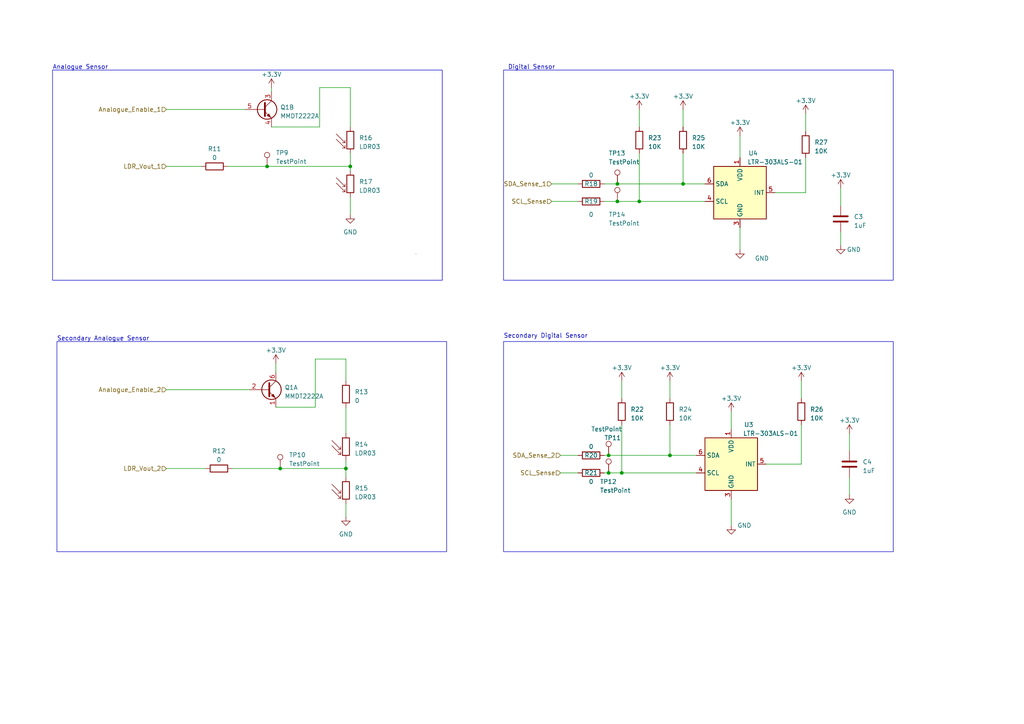
<source format=kicad_sch>
(kicad_sch (version 20230121) (generator eeschema)
  (paper "A4")
  (title_block (title "LSU HAT") (date "2023-03-11") (rev "Rev 1") (company "UCT") (comment 1 "Author: Charles Portman") (comment 2 "EEE3088F Design Project"))
  (lib_symbols
    (symbol "Connector:TestPoint" (pin_numbers hide) (pin_names (offset 0.762) hide)
      (property "Reference" "TP" (at 0 6.858 0))
      (property "Value" "TestPoint" (at 0 5.08 0))
      (symbol "TestPoint_0_1"
        (circle (center 0 3.302) (radius 0.762))
      )
      (symbol "TestPoint_1_1"
        (pin passive line (at 0 0 90) (length 2.54) (name "1") (number "1"))
      )
    )
    (symbol "Device:C" (pin_numbers hide) (pin_names (offset 0.254))
      (property "Reference" "C" (at 0.635 2.54 0))
      (property "Value" "C" (at 0.635 -2.54 0))
      (symbol "C_0_1"
        (polyline (pts (xy -2.032 -0.762) (xy 2.032 -0.762)) (stroke (width 0.508)))
        (polyline (pts (xy -2.032 0.762) (xy 2.032 0.762)) (stroke (width 0.508)))
      )
      (symbol "C_1_1"
        (pin passive line (at 0 3.81 270) (length 2.794) (name "~") (number "1"))
        (pin passive line (at 0 -3.81 90) (length 2.794) (name "~") (number "2"))
      )
    )
    (symbol "Device:R" (pin_numbers hide) (pin_names (offset 0))
      (property "Reference" "R" (at 2.032 0 90))
      (property "Value" "R" (at 0 0 90))
      (symbol "R_0_1"
        (rectangle (start -1.016 -2.54) (end 1.016 2.54) (stroke (width 0.254)))
      )
      (symbol "R_1_1"
        (pin passive line (at 0 3.81 270) (length 1.27) (name "~") (number "1"))
        (pin passive line (at 0 -3.81 90) (length 1.27) (name "~") (number "2"))
      )
    )
    (symbol "Sensor_Optical:LDR03" (pin_numbers hide) (pin_names (offset 0))
      (property "Reference" "R" (at -5.08 0 90))
      (property "Value" "LDR03" (at 1.905 0 90))
      (symbol "LDR03_0_1"
        (rectangle (start -1.016 2.54) (end 1.016 -2.54) (stroke (width 0.254)))
        (polyline (pts (xy -1.524 -2.286) (xy -4.064 0.254)))
        (polyline (pts (xy -1.524 -2.286) (xy -2.286 -2.286)))
        (polyline (pts (xy -1.524 -2.286) (xy -1.524 -1.524)))
        (polyline (pts (xy -1.524 -0.762) (xy -4.064 1.778)))
        (polyline (pts (xy -1.524 -0.762) (xy -2.286 -0.762)))
        (polyline (pts (xy -1.524 -0.762) (xy -1.524 0)))
      )
      (symbol "LDR03_1_1"
        (pin passive line (at 0 3.81 270) (length 1.27) (name "~") (number "1"))
        (pin passive line (at 0 -3.81 90) (length 1.27) (name "~") (number "2"))
      )
    )
    (symbol "Sensor_Optical:LTR-303ALS-01"
      (property "Reference" "U" (at -7.62 8.89 0))
      (property "Value" "LTR-303ALS-01" (at 1.27 8.89 0))
      (symbol "LTR-303ALS-01_0_1"
        (rectangle (start -7.62 7.62) (end 7.62 -7.62) (stroke (width 0.254)) (fill (type background)))
      )
      (symbol "LTR-303ALS-01_1_1"
        (pin power_in line (at 0 10.16 270) (length 2.54) (name "VDD") (number "1"))
        (pin no_connect line (at 2.54 0 180) (length 2.54) hide (name "NC") (number "2"))
        (pin power_in line (at 0 -10.16 90) (length 2.54) (name "GND") (number "3"))
        (pin input line (at -10.16 -2.54 0) (length 2.54) (name "SCL") (number "4"))
        (pin open_collector line (at 10.16 0 180) (length 2.54) (name "INT") (number "5"))
        (pin bidirectional line (at -10.16 2.54 0) (length 2.54) (name "SDA") (number "6"))
      )
    )
    (symbol "Transistor_BJT:MMDT2222A" (pin_names (offset 0) hide)
      (property "Reference" "Q" (at 5.08 1.27 0))
      (property "Value" "MMDT2222A" (at 5.08 -1.27 0))
      (symbol "MMDT2222A_0_1"
        (polyline (pts (xy 0.635 0) (xy -2.54 0)))
        (polyline (pts (xy 0.635 0.635) (xy 2.54 2.54)))
        (polyline (pts (xy 0.635 -0.635) (xy 2.54 -2.54) (xy 2.54 -2.54)))
        (polyline (pts (xy 0.635 1.905) (xy 0.635 -1.905) (xy 0.635 -1.905)) (stroke (width 0.508)))
        (polyline (pts (xy 1.27 -1.778) (xy 1.778 -1.27) (xy 2.286 -2.286) (xy 1.27 -1.778) (xy 1.27 -1.778)) (fill (type outline)))
        (circle (center 1.27 0) (radius 2.8194) (stroke (width 0.254)))
      )
      (symbol "MMDT2222A_1_1"
        (pin passive line (at 2.54 -5.08 90) (length 2.54) (name "E1") (number "1"))
        (pin input line (at -5.08 0 0) (length 2.54) (name "B1") (number "2"))
        (pin passive line (at 2.54 5.08 270) (length 2.54) (name "C1") (number "6"))
      )
      (symbol "MMDT2222A_2_1"
        (pin passive line (at 2.54 5.08 270) (length 2.54) (name "C2") (number "3"))
        (pin passive line (at 2.54 -5.08 90) (length 2.54) (name "E2") (number "4"))
        (pin input line (at -5.08 0 0) (length 2.54) (name "B2") (number "5"))
      )
    )
    (symbol "power:+3.3V" (power) (pin_names (offset 0))
      (property "Value" "+3.3V" (at 0 3.556 0))
      (symbol "+3.3V_0_1"
        (polyline (pts (xy -0.762 1.27) (xy 0 2.54)))
        (polyline (pts (xy 0 0) (xy 0 2.54)))
        (polyline (pts (xy 0 2.54) (xy 0.762 1.27)))
      )
      (symbol "+3.3V_1_1"
        (pin power_in line (at 0 0 90) (length 0) hide (name "+3.3V") (number "1"))
      )
    )
    (symbol "power:GND" (power) (pin_names (offset 0))
      (property "Value" "GND" (at 0 -3.81 0))
      (symbol "GND_0_1"
        (polyline (pts (xy 0 0) (xy 0 -1.27) (xy 1.27 -1.27) (xy 0 -2.54) (xy -1.27 -1.27) (xy 0 -1.27)))
      )
      (symbol "GND_1_1"
        (pin power_in line (at 0 0 270) (length 0) hide (name "GND") (number "1"))
      )
    )
  )
  (junction (at 198.12 53.34))
  (junction (at 179.07 53.34))
  (junction (at 179.07 58.42))
  (junction (at 185.42 58.42))
  (junction (at 180.34 137.16))
  (junction (at 176.53 132.08))
  (junction (at 81.28 135.89))
  (junction (at 101.6 48.26))
  (junction (at 176.53 137.16))
  (junction (at 100.33 135.89))
  (junction (at 194.31 132.08))
  (junction (at 77.47 48.26))
  (wire (pts (xy 214.63 66.04) (xy 214.63 72.39)))
  (wire (pts (xy 232.41 123.19) (xy 232.41 134.62)))
  (wire (pts (xy 78.74 36.83) (xy 92.71 36.83)))
  (wire (pts (xy 212.09 144.78) (xy 212.09 152.4)))
  (wire (pts (xy 100.33 135.89) (xy 100.33 138.43)))
  (wire (pts (xy 201.93 137.16) (xy 180.34 137.16)))
  (wire (pts (xy 194.31 132.08) (xy 194.31 123.19)))
  (wire (pts (xy 232.41 134.62) (xy 222.25 134.62)))
  (wire (pts (xy 162.56 137.16) (xy 167.64 137.16)))
  (wire (pts (xy 77.47 48.26) (xy 101.6 48.26)))
  (wire (pts (xy 185.42 44.45) (xy 185.42 58.42)))
  (wire (pts (xy 194.31 110.49) (xy 194.31 115.57)))
  (wire (pts (xy 233.68 33.02) (xy 233.68 38.1)))
  (wire (pts (xy 243.84 67.31) (xy 243.84 71.12)))
  (wire (pts (xy 185.42 31.75) (xy 185.42 36.83)))
  (wire (pts (xy 101.6 57.15) (xy 101.6 62.23)))
  (wire (pts (xy 48.26 135.89) (xy 59.69 135.89)))
  (wire (pts (xy 48.26 113.03) (xy 72.39 113.03)))
  (wire (pts (xy 48.26 48.26) (xy 58.42 48.26)))
  (wire (pts (xy 101.6 25.4) (xy 101.6 36.83)))
  (wire (pts (xy 176.53 137.16) (xy 180.34 137.16)))
  (wire (pts (xy 100.33 104.14) (xy 100.33 110.49)))
  (wire (pts (xy 91.44 118.11) (xy 91.44 104.14)))
  (wire (pts (xy 233.68 55.88) (xy 224.79 55.88)))
  (wire (pts (xy 246.38 138.43) (xy 246.38 143.51)))
  (wire (pts (xy 160.02 58.42) (xy 167.64 58.42)))
  (wire (pts (xy 100.33 118.11) (xy 100.33 125.73)))
  (wire (pts (xy 175.26 58.42) (xy 179.07 58.42)))
  (wire (pts (xy 66.04 48.26) (xy 77.47 48.26)))
  (wire (pts (xy 232.41 110.49) (xy 232.41 115.57)))
  (wire (pts (xy 92.71 25.4) (xy 101.6 25.4)))
  (wire (pts (xy 78.74 25.4) (xy 78.74 26.67)))
  (wire (pts (xy 100.33 146.05) (xy 100.33 149.86)))
  (wire (pts (xy 162.56 132.08) (xy 167.64 132.08)))
  (wire (pts (xy 92.71 36.83) (xy 92.71 25.4)))
  (wire (pts (xy 201.93 132.08) (xy 194.31 132.08)))
  (wire (pts (xy 243.84 54.61) (xy 243.84 59.69)))
  (wire (pts (xy 179.07 53.34) (xy 198.12 53.34)))
  (wire (pts (xy 160.02 53.34) (xy 167.64 53.34)))
  (wire (pts (xy 214.63 39.37) (xy 214.63 45.72)))
  (wire (pts (xy 180.34 137.16) (xy 180.34 123.19)))
  (wire (pts (xy 179.07 58.42) (xy 185.42 58.42)))
  (wire (pts (xy 80.01 105.41) (xy 80.01 107.95)))
  (wire (pts (xy 185.42 58.42) (xy 204.47 58.42)))
  (wire (pts (xy 67.31 135.89) (xy 81.28 135.89)))
  (wire (pts (xy 246.38 125.73) (xy 246.38 130.81)))
  (wire (pts (xy 80.01 118.11) (xy 91.44 118.11)))
  (wire (pts (xy 233.68 45.72) (xy 233.68 55.88)))
  (wire (pts (xy 48.26 31.75) (xy 71.12 31.75)))
  (wire (pts (xy 91.44 104.14) (xy 100.33 104.14)))
  (wire (pts (xy 175.26 132.08) (xy 176.53 132.08)))
  (wire (pts (xy 81.28 135.89) (xy 100.33 135.89)))
  (wire (pts (xy 175.26 53.34) (xy 179.07 53.34)))
  (wire (pts (xy 180.34 110.49) (xy 180.34 115.57)))
  (wire (pts (xy 101.6 44.45) (xy 101.6 48.26)))
  (wire (pts (xy 175.26 137.16) (xy 176.53 137.16)))
  (wire (pts (xy 198.12 53.34) (xy 204.47 53.34)))
  (wire (pts (xy 212.09 119.38) (xy 212.09 124.46)))
  (wire (pts (xy 198.12 44.45) (xy 198.12 53.34)))
  (wire (pts (xy 101.6 48.26) (xy 101.6 49.53)))
  (wire (pts (xy 176.53 132.08) (xy 194.31 132.08)))
  (wire (pts (xy 198.12 31.75) (xy 198.12 36.83)))
  (wire (pts (xy 100.33 135.89) (xy 100.33 133.35)))
  (rectangle (start 16.51 99.06) (end 129.54 160.02))
  (rectangle (start 146.05 99.06) (end 259.08 160.02))
  (rectangle (start 15.24 20.32) (end 128.27 81.28))
  (rectangle (start 120.65 73.66) (end 120.65 73.66))
  (rectangle (start 146.05 20.32) (end 259.08 81.28))
  (text "Digital Sensor" (at 147.32 20.32 0) (effects (font (size 1.27 1.27)) (justify left bottom)))
  (text "Analogue Sensor" (at 15.24 20.32 0) (effects (font (size 1.27 1.27)) (justify left bottom)))
  (text "Secondary Digital Sensor\n\n" (at 146.05 100.33 0) (effects (font (size 1.27 1.27)) (justify left bottom)))
  (text "Secondary Analogue Sensor\n" (at 16.51 99.06 0) (effects (font (size 1.27 1.27)) (justify left bottom)))
  (hierarchical_label "SDA_Sense_2" (shape input) (at 162.56 132.08 180))
  (hierarchical_label "LDR_Vout_2" (shape input) (at 48.26 135.89 180))
  (hierarchical_label "SCL_Sense" (shape input) (at 162.56 137.16 180))
  (hierarchical_label "SDA_Sense_1" (shape input) (at 160.02 53.34 180))
  (hierarchical_label "LDR_Vout_1" (shape input) (at 48.26 48.26 180))
  (hierarchical_label "Analogue_Enable_2" (shape input) (at 48.26 113.03 180))
  (hierarchical_label "Analogue_Enable_1" (shape input) (at 48.26 31.75 180))
  (hierarchical_label "SCL_Sense" (shape input) (at 160.02 58.42 180))
  (symbol (lib_id "Sensor_Optical:LDR03") (at 100.33 142.24 0) (unit 1)
    (property "Reference" "R15" (at 102.87 141.605 0) (effects (justify left)))
    (property "Value" "LDR03" (at 102.87 144.145 0) (effects (justify left)))
    (property "Footprint" "OptoDevice:R_LDR_10x8.5mm_P7.6mm_Vertical" (effects hide))
    (property "Datasheet" "http://www.elektronica-https://datasheet.lcsc.com/lcsc/1810170710_JCHL-Shenzhen-Jing-Chuang-He-Li-Tech-GL3516-5-10K-_C11287.pdf" (effects hide))
    (property "Price" "0.1298" (effects hide))
    (property "Extended" "1" (effects hide))
    (property "Description" "LDR" (effects hide))
    (property "Manufacturer_Part_Number" "GL3516" (effects hide))
    (property "JLC Part Number" "C11287" (effects hide))
  )
  (symbol (lib_id "power:+3.3V") (at 232.41 110.49 0) (unit 1)
    (property "Reference" "#PWR027" (effects hide))
    (property "Value" "+3.3V" (at 232.41 106.68 0))
  )
  (symbol (lib_id "Sensor_Optical:LDR03") (at 101.6 53.34 0) (unit 1)
    (property "Reference" "R17" (at 104.14 52.705 0) (effects (justify left)))
    (property "Value" "LDR03" (at 104.14 55.245 0) (effects (justify left)))
    (property "Footprint" "OptoDevice:R_LDR_10x8.5mm_P7.6mm_Vertical" (effects hide))
    (property "Datasheet" "http://www.elektronica-https://datasheet.lcsc.com/lcsc/1810170710_JCHL-Shenzhen-Jing-Chuang-He-Li-Tech-GL3516-5-10K-_C11287.pdf" (effects hide))
    (property "Price" "0.1298" (effects hide))
    (property "Extended" "1" (effects hide))
    (property "Description" "LDR" (effects hide))
    (property "Manufacturer_Part_Number" "GL3516" (effects hide))
    (property "JLC Part Number" "C11287" (effects hide))
  )
  (symbol (lib_id "power:+3.3V") (at 198.12 31.75 0) (unit 1)
    (property "Reference" "#PWR022" (effects hide))
    (property "Value" "+3.3V" (at 198.12 27.94 0))
  )
  (symbol (lib_id "power:+3.3V") (at 214.63 39.37 0) (unit 1)
    (property "Reference" "#PWR025" (effects hide))
    (property "Value" "+3.3V" (at 214.63 35.56 0))
  )
  (symbol (lib_id "Device:R") (at 100.33 114.3 180) (unit 1)
    (property "Reference" "R13" (at 102.87 113.665 0) (effects (justify right)))
    (property "Value" "0" (at 102.87 116.205 0) (effects (justify right)))
    (property "Footprint" "Resistor_SMD:R_0805_2012Metric" (effects hide))
    (property "Datasheet" "https://datasheet.lcsc.com/lcsc/2206010216_UNI-ROYAL-Uniroyal-Elec-0402WGF0000TCE_C17168.pdf" (effects hide))
    (property "Price" "0.0022" (effects hide))
    (property "Extended" "0" (effects hide))
    (property "Description" "0 Resistor 0805" (effects hide))
    (property "Manufacturer_Part_Number" "0805W8F0000T5E" (effects hide))
    (property "JLC Part Number" "C17477" (effects hide))
    (property "Manufacturer_Name" "ROYALOHM" (effects hide))
  )
  (symbol (lib_id "Device:R") (at 171.45 132.08 270) (unit 1)
    (property "Reference" "R20" (at 171.45 132.08 90))
    (property "Value" "0" (at 171.45 129.54 90))
    (property "Footprint" "Resistor_SMD:R_0805_2012Metric" (effects hide))
    (property "Datasheet" "https://datasheet.lcsc.com/lcsc/2206010216_UNI-ROYAL-Uniroyal-Elec-0402WGF0000TCE_C17168.pdf" (effects hide))
    (property "Price" "0.0022" (effects hide))
    (property "Extended" "0" (effects hide))
    (property "Description" "0 Resistor 0805" (effects hide))
    (property "Manufacturer_Part_Number" "0805W8F0000T5E" (effects hide))
    (property "JLC Part Number" "C17477" (effects hide))
    (property "Manufacturer_Name" "ROYALOHM" (effects hide))
  )
  (symbol (lib_id "power:GND") (at 100.33 149.86 0) (unit 1)
    (property "Reference" "#PWR017" (effects hide))
    (property "Value" "GND" (at 100.33 154.94 0))
  )
  (symbol (lib_id "Device:R") (at 171.45 137.16 90) (unit 1)
    (property "Reference" "R21" (at 171.45 137.16 90))
    (property "Value" "0" (at 171.45 139.7 90))
    (property "Footprint" "Resistor_SMD:R_0805_2012Metric" (effects hide))
    (property "Datasheet" "https://datasheet.lcsc.com/lcsc/2206010216_UNI-ROYAL-Uniroyal-Elec-0402WGF0000TCE_C17168.pdf" (effects hide))
    (property "Price" "0.0022" (effects hide))
    (property "Extended" "0" (effects hide))
    (property "Description" "0 Resistor 0805" (effects hide))
    (property "Manufacturer_Part_Number" "0805W8F0000T5E" (effects hide))
    (property "JLC Part Number" "C17477" (effects hide))
    (property "Manufacturer_Name" "ROYALOHM" (effects hide))
  )
  (symbol (lib_id "power:GND") (at 101.6 62.23 0) (unit 1)
    (property "Reference" "#PWR018" (effects hide))
    (property "Value" "GND" (at 101.6 67.31 0))
  )
  (symbol (lib_id "Sensor_Optical:LDR03") (at 100.33 129.54 0) (unit 1)
    (property "Reference" "R14" (at 102.87 128.905 0) (effects (justify left)))
    (property "Value" "LDR03" (at 102.87 131.445 0) (effects (justify left)))
    (property "Footprint" "OptoDevice:R_LDR_10x8.5mm_P7.6mm_Vertical" (effects hide))
    (property "Datasheet" "http://www.elektronica-https://datasheet.lcsc.com/lcsc/1810170710_JCHL-Shenzhen-Jing-Chuang-He-Li-Tech-GL3516-5-10K-_C11287.pdf" (effects hide))
    (property "Price" "0.1298" (effects hide))
    (property "Extended" "1" (effects hide))
    (property "Description" "LDR" (effects hide))
    (property "Manufacturer_Part_Number" "GL3516" (effects hide))
    (property "JLC Part Number" "C11287" (effects hide))
  )
  (symbol (lib_id "Connector:TestPoint") (at 179.07 53.34 0) (unit 1)
    (property "Reference" "TP13" (at 176.53 44.45 0) (effects (justify left)))
    (property "Value" "TestPoint" (at 176.53 46.99 0) (effects (justify left)))
    (property "Footprint" "TestPoint:TestPoint_Pad_2.0x2.0mm" (effects hide))
    (property "Price" "0" (effects hide))
    (property "Extended" "0" (effects hide))
    (property "Manufacturer_Part_Number" "DNP" (effects hide))
    (property "Description" "Test Point" (effects hide))
    (property "JLC Part Number" "DNP" (effects hide))
  )
  (symbol (lib_id "Device:R") (at 185.42 40.64 0) (unit 1)
    (property "Reference" "R23" (at 187.96 40.005 0) (effects (justify left)))
    (property "Value" "10K" (at 187.96 42.545 0) (effects (justify left)))
    (property "Footprint" "Resistor_SMD:R_0805_2012Metric" (effects hide))
    (property "Datasheet" "https://datasheet.lcsc.com/lcsc/2206010216_UNI-ROYAL-Uniroyal-Elec-0805W8F1002T5E_C17414.pdf" (effects hide))
    (property "Price" "0.001" (effects hide))
    (property "Extended" "0" (effects hide))
    (property "Description" "10K Resistor 0805" (effects hide))
    (property "Manufacturer_Part_Number" "0805W8F1002T5E" (effects hide))
    (property "JLC Part Number" "C17414" (effects hide))
  )
  (symbol (lib_id "power:GND") (at 246.38 143.51 0) (unit 1)
    (property "Reference" "#PWR032" (effects hide))
    (property "Value" "GND" (at 246.38 148.59 0))
  )
  (symbol (lib_id "Device:R") (at 194.31 119.38 0) (unit 1)
    (property "Reference" "R24" (at 196.85 118.745 0) (effects (justify left)))
    (property "Value" "10K" (at 196.85 121.285 0) (effects (justify left)))
    (property "Footprint" "Resistor_SMD:R_0805_2012Metric" (effects hide))
    (property "Datasheet" "https://datasheet.lcsc.com/lcsc/2206010216_UNI-ROYAL-Uniroyal-Elec-0805W8F1002T5E_C17414.pdf" (effects hide))
    (property "Price" "0.001" (effects hide))
    (property "Extended" "0" (effects hide))
    (property "Description" "10K Resistor 0805" (effects hide))
    (property "Manufacturer_Part_Number" "0805W8F1002T5E" (effects hide))
    (property "JLC Part Number" "C17414" (effects hide))
  )
  (symbol (lib_id "power:GND") (at 214.63 72.39 0) (unit 1)
    (property "Reference" "#PWR026" (effects hide))
    (property "Value" "GND" (at 220.98 74.93 0))
  )
  (symbol (lib_id "power:+3.3V") (at 246.38 125.73 0) (unit 1)
    (property "Reference" "#PWR031" (effects hide))
    (property "Value" "+3.3V" (at 246.38 121.92 0))
  )
  (symbol (lib_id "Sensor_Optical:LTR-303ALS-01") (at 214.63 55.88 0) (unit 1)
    (property "Reference" "U4" (at 218.44 44.45 0))
    (property "Value" "LTR-303ALS-01" (at 224.79 46.99 0))
    (property "Footprint" "OptoDevice:Lite-On_LTR-303ALS-01" (effects hide))
    (property "Datasheet" "https://datasheet.lcsc.com/lcsc/1912111437_Lite-On-LTR-303ALS-01_C364577.pdf" (effects hide))
    (property "Price" "0.3762" (effects hide))
    (property "Extended" "1" (effects hide))
    (property "Description" "ALS" (effects hide))
    (property "Manufacturer_Part_Number" "LTR-303ALS-01" (effects hide))
    (property "JLC Part Number" "C364577" (effects hide))
  )
  (symbol (lib_id "power:GND") (at 243.84 71.12 0) (unit 1)
    (property "Reference" "#PWR030" (effects hide))
    (property "Value" "GND" (at 247.65 72.39 0))
  )
  (symbol (lib_id "Sensor_Optical:LDR03") (at 101.6 40.64 0) (unit 1)
    (property "Reference" "R16" (at 104.14 40.005 0) (effects (justify left)))
    (property "Value" "LDR03" (at 104.14 42.545 0) (effects (justify left)))
    (property "Footprint" "OptoDevice:R_LDR_10x8.5mm_P7.6mm_Vertical" (effects hide))
    (property "Datasheet" "http://www.elektronica-https://datasheet.lcsc.com/lcsc/1810170710_JCHL-Shenzhen-Jing-Chuang-He-Li-Tech-GL3516-5-10K-_C11287.pdf" (effects hide))
    (property "Price" "0.1298" (effects hide))
    (property "Extended" "1" (effects hide))
    (property "Description" "LDR" (effects hide))
    (property "Manufacturer_Part_Number" "GL3516" (effects hide))
    (property "JLC Part Number" "C11287" (effects hide))
  )
  (symbol (lib_id "Device:R") (at 198.12 40.64 0) (unit 1)
    (property "Reference" "R25" (at 200.66 40.005 0) (effects (justify left)))
    (property "Value" "10K" (at 200.66 42.545 0) (effects (justify left)))
    (property "Footprint" "Resistor_SMD:R_0805_2012Metric" (effects hide))
    (property "Datasheet" "https://datasheet.lcsc.com/lcsc/2206010216_UNI-ROYAL-Uniroyal-Elec-0805W8F1002T5E_C17414.pdf" (effects hide))
    (property "Price" "0.001" (effects hide))
    (property "Extended" "0" (effects hide))
    (property "Description" "10K Resistor 0805" (effects hide))
    (property "Manufacturer_Part_Number" "0805W8F1002T5E" (effects hide))
    (property "JLC Part Number" "C17414" (effects hide))
  )
  (symbol (lib_id "power:+3.3V") (at 80.01 105.41 0) (unit 1)
    (property "Reference" "#PWR016" (effects hide))
    (property "Value" "+3.3V" (at 80.01 101.6 0))
  )
  (symbol (lib_id "Connector:TestPoint") (at 176.53 137.16 0) (unit 1)
    (property "Reference" "TP12" (at 173.99 139.7 0) (effects (justify left)))
    (property "Value" "TestPoint" (at 173.99 142.24 0) (effects (justify left)))
    (property "Footprint" "TestPoint:TestPoint_Pad_2.0x2.0mm" (effects hide))
    (property "Price" "0" (effects hide))
    (property "Extended" "0" (effects hide))
    (property "Manufacturer_Part_Number" "DNP" (effects hide))
    (property "Description" "Test Point" (effects hide))
    (property "JLC Part Number" "DNP" (effects hide))
  )
  (symbol (lib_id "Device:R") (at 63.5 135.89 90) (unit 1)
    (property "Reference" "R12" (at 63.5 130.81 90))
    (property "Value" "0" (at 63.5 133.35 90))
    (property "Footprint" "Resistor_SMD:R_0805_2012Metric" (effects hide))
    (property "Datasheet" "https://datasheet.lcsc.com/lcsc/2206010216_UNI-ROYAL-Uniroyal-Elec-0402WGF0000TCE_C17168.pdf" (effects hide))
    (property "Price" "0.0022" (effects hide))
    (property "Extended" "0" (effects hide))
    (property "Description" "0 Resistor 0805" (effects hide))
    (property "Manufacturer_Part_Number" "0805W8F0000T5E" (effects hide))
    (property "JLC Part Number" "C17477" (effects hide))
    (property "Manufacturer_Name" "ROYALOHM" (effects hide))
  )
  (symbol (lib_id "Connector:TestPoint") (at 179.07 58.42 0) (unit 1)
    (property "Reference" "TP14" (at 176.53 62.23 0) (effects (justify left)))
    (property "Value" "TestPoint" (at 176.53 64.77 0) (effects (justify left)))
    (property "Footprint" "TestPoint:TestPoint_Pad_2.0x2.0mm" (effects hide))
    (property "Price" "0" (effects hide))
    (property "Extended" "0" (effects hide))
    (property "Manufacturer_Part_Number" "DNP" (effects hide))
    (property "Description" "Test Point" (effects hide))
    (property "JLC Part Number" "DNP" (effects hide))
  )
  (symbol (lib_id "power:+3.3V") (at 78.74 25.4 0) (unit 1)
    (property "Reference" "#PWR015" (effects hide))
    (property "Value" "+3.3V" (at 78.74 21.59 0))
  )
  (symbol (lib_id "Device:C") (at 243.84 63.5 0) (unit 1)
    (property "Reference" "C3" (at 247.65 62.865 0) (effects (justify left)))
    (property "Value" "1uF" (at 247.65 65.405 0) (effects (justify left)))
    (property "Footprint" "Capacitor_SMD:C_0805_2012Metric" (effects hide))
    (property "Datasheet" "https://datasheet.lcsc.com/lcsc/1810191216_Samsung-Electro-Mechanics-CL21B105KBFNNNE_C28323.pdf" (effects hide))
    (property "Price" "0.0092" (effects hide))
    (property "Extended" "0" (effects hide))
    (property "Description" "1uF Cap 0805" (effects hide))
    (property "Manufacturer_Part_Number" "CL21B105KBFNNNE" (effects hide))
    (property "JLC Part Number" "C28323" (effects hide))
  )
  (symbol (lib_id "Connector:TestPoint") (at 81.28 135.89 0) (unit 1)
    (property "Reference" "TP10" (at 83.82 131.953 0) (effects (justify left)))
    (property "Value" "TestPoint" (at 83.82 134.493 0) (effects (justify left)))
    (property "Footprint" "TestPoint:TestPoint_Pad_2.0x2.0mm" (effects hide))
    (property "Price" "0" (effects hide))
    (property "Extended" "0" (effects hide))
    (property "Manufacturer_Part_Number" "DNP" (effects hide))
    (property "Description" "Test Point" (effects hide))
    (property "JLC Part Number" "DNP" (effects hide))
  )
  (symbol (lib_id "power:+3.3V") (at 180.34 110.49 0) (unit 1)
    (property "Reference" "#PWR019" (effects hide))
    (property "Value" "+3.3V" (at 180.34 106.68 0))
  )
  (symbol (lib_id "power:+3.3V") (at 185.42 31.75 0) (unit 1)
    (property "Reference" "#PWR020" (effects hide))
    (property "Value" "+3.3V" (at 185.42 27.94 0))
  )
  (symbol (lib_id "Device:R") (at 171.45 58.42 90) (unit 1)
    (property "Reference" "R19" (at 171.45 58.42 90))
    (property "Value" "0" (at 171.45 62.23 90))
    (property "Footprint" "Resistor_SMD:R_0805_2012Metric" (effects hide))
    (property "Datasheet" "https://datasheet.lcsc.com/lcsc/2206010216_UNI-ROYAL-Uniroyal-Elec-0402WGF0000TCE_C17168.pdf" (effects hide))
    (property "Price" "0.0022" (effects hide))
    (property "Extended" "0" (effects hide))
    (property "Description" "0 Resistor 0805" (effects hide))
    (property "Manufacturer_Part_Number" "0805W8F0000T5E" (effects hide))
    (property "JLC Part Number" "C17477" (effects hide))
    (property "Manufacturer_Name" "ROYALOHM" (effects hide))
  )
  (symbol (lib_id "Device:R") (at 233.68 41.91 0) (unit 1)
    (property "Reference" "R27" (at 236.22 41.275 0) (effects (justify left)))
    (property "Value" "10K" (at 236.22 43.815 0) (effects (justify left)))
    (property "Footprint" "Resistor_SMD:R_0805_2012Metric" (effects hide))
    (property "Datasheet" "https://datasheet.lcsc.com/lcsc/2206010216_UNI-ROYAL-Uniroyal-Elec-0805W8F1002T5E_C17414.pdf" (effects hide))
    (property "Price" "0.001" (effects hide))
    (property "Extended" "0" (effects hide))
    (property "Description" "10K Resistor 0805" (effects hide))
    (property "Manufacturer_Part_Number" "0805W8F1002T5E" (effects hide))
    (property "JLC Part Number" "C17414" (effects hide))
  )
  (symbol (lib_id "power:+3.3V") (at 212.09 119.38 0) (unit 1)
    (property "Reference" "#PWR023" (effects hide))
    (property "Value" "+3.3V" (at 212.09 115.57 0))
  )
  (symbol (lib_id "Sensor_Optical:LTR-303ALS-01") (at 212.09 134.62 0) (unit 1)
    (property "Reference" "U3" (at 217.17 123.19 0))
    (property "Value" "LTR-303ALS-01" (at 223.52 125.73 0))
    (property "Footprint" "OptoDevice:Lite-On_LTR-303ALS-01" (effects hide))
    (property "Datasheet" "https://datasheet.lcsc.com/lcsc/1912111437_Lite-On-LTR-303ALS-01_C364577.pdf" (effects hide))
    (property "Price" "0.3762" (effects hide))
    (property "Extended" "1" (effects hide))
    (property "Description" "ALS" (effects hide))
    (property "Manufacturer_Part_Number" "LTR-303ALS-01" (effects hide))
    (property "JLC Part Number" "C364577" (effects hide))
  )
  (symbol (lib_id "power:+3.3V") (at 233.68 33.02 0) (unit 1)
    (property "Reference" "#PWR028" (effects hide))
    (property "Value" "+3.3V" (at 233.68 29.21 0))
  )
  (symbol (lib_id "Device:R") (at 171.45 53.34 90) (unit 1)
    (property "Reference" "R18" (at 171.45 53.34 90))
    (property "Value" "0" (at 171.45 50.8 90))
    (property "Footprint" "Resistor_SMD:R_0805_2012Metric" (effects hide))
    (property "Datasheet" "https://datasheet.lcsc.com/lcsc/2206010216_UNI-ROYAL-Uniroyal-Elec-0402WGF0000TCE_C17168.pdf" (effects hide))
    (property "Price" "0.0022" (effects hide))
    (property "Extended" "0" (effects hide))
    (property "Description" "0 Resistor 0805" (effects hide))
    (property "Manufacturer_Part_Number" "0805W8F0000T5E" (effects hide))
    (property "JLC Part Number" "C17477" (effects hide))
    (property "Manufacturer_Name" "ROYALOHM" (effects hide))
  )
  (symbol (lib_id "Connector:TestPoint") (at 77.47 48.26 0) (unit 1)
    (property "Reference" "TP9" (at 80.01 44.323 0) (effects (justify left)))
    (property "Value" "TestPoint" (at 80.01 46.863 0) (effects (justify left)))
    (property "Footprint" "TestPoint:TestPoint_Pad_2.0x2.0mm" (effects hide))
    (property "Price" "0" (effects hide))
    (property "Extended" "0" (effects hide))
    (property "Manufacturer_Part_Number" "DNP" (effects hide))
    (property "Description" "Test Point" (effects hide))
    (property "JLC Part Number" "DNP" (effects hide))
  )
  (symbol (lib_id "Device:R") (at 62.23 48.26 270) (unit 1)
    (property "Reference" "R11" (at 62.23 43.18 90))
    (property "Value" "0" (at 62.23 45.72 90))
    (property "Footprint" "Resistor_SMD:R_0805_2012Metric" (effects hide))
    (property "Datasheet" "https://datasheet.lcsc.com/lcsc/2206010216_UNI-ROYAL-Uniroyal-Elec-0402WGF0000TCE_C17168.pdf" (effects hide))
    (property "Price" "0.0022" (effects hide))
    (property "Extended" "0" (effects hide))
    (property "Description" "0 Resistor 0805" (effects hide))
    (property "Manufacturer_Part_Number" "0805W8F0000T5E" (effects hide))
    (property "JLC Part Number" "C17477" (effects hide))
    (property "Manufacturer_Name" "ROYALOHM" (effects hide))
  )
  (symbol (lib_id "Device:C") (at 246.38 134.62 0) (unit 1)
    (property "Reference" "C4" (at 250.19 133.985 0) (effects (justify left)))
    (property "Value" "1uF" (at 250.19 136.525 0) (effects (justify left)))
    (property "Footprint" "Capacitor_SMD:C_0805_2012Metric" (effects hide))
    (property "Datasheet" "https://datasheet.lcsc.com/lcsc/1810191216_Samsung-Electro-Mechanics-CL21B105KBFNNNE_C28323.pdf" (effects hide))
    (property "Price" "0.0092" (effects hide))
    (property "Extended" "0" (effects hide))
    (property "Description" "1uF Cap 0805" (effects hide))
    (property "Manufacturer_Part_Number" "CL21B105KBFNNNE" (effects hide))
    (property "JLC Part Number" "C28323" (effects hide))
  )
  (symbol (lib_id "Transistor_BJT:MMDT2222A") (at 76.2 31.75 0) (unit 2)
    (property "Reference" "Q1" (at 81.28 31.115 0) (effects (justify left)))
    (property "Value" "MMDT2222A" (at 81.28 33.655 0) (effects (justify left)))
    (property "Footprint" "Package_TO_SOT_SMD:SOT-363_SC-70-6" (effects hide))
    (property "Datasheet" "http://www.diodes.com/_files/datasheets/ds30125.pdf" (effects hide))
    (property "Description" "Dual NPN Transistor" (effects hide))
    (property "Extended" "1" (effects hide))
    (property "JLC Part Number" "C96379" (effects hide))
    (property "Manufacturer_Part_Number" "MMDT2222A-7-F" (effects hide))
    (property "Price" "0.1787" (effects hide))
  )
  (symbol (lib_id "Device:R") (at 180.34 119.38 0) (unit 1)
    (property "Reference" "R22" (at 182.88 118.745 0) (effects (justify left)))
    (property "Value" "10K" (at 182.88 121.285 0) (effects (justify left)))
    (property "Footprint" "Resistor_SMD:R_0805_2012Metric" (effects hide))
    (property "Datasheet" "https://datasheet.lcsc.com/lcsc/2206010216_UNI-ROYAL-Uniroyal-Elec-0805W8F1002T5E_C17414.pdf" (effects hide))
    (property "Price" "0.001" (effects hide))
    (property "Extended" "0" (effects hide))
    (property "Description" "10K Resistor 0805" (effects hide))
    (property "Manufacturer_Part_Number" "0805W8F1002T5E" (effects hide))
    (property "JLC Part Number" "C17414" (effects hide))
  )
  (symbol (lib_id "power:+3.3V") (at 243.84 54.61 0) (unit 1)
    (property "Reference" "#PWR029" (effects hide))
    (property "Value" "+3.3V" (at 243.84 50.8 0))
  )
  (symbol (lib_id "Connector:TestPoint") (at 176.53 132.08 0) (unit 1)
    (property "Reference" "TP11" (at 175.26 127 0) (effects (justify left)))
    (property "Value" "TestPoint" (at 171.45 124.46 0) (effects (justify left)))
    (property "Footprint" "TestPoint:TestPoint_Pad_2.0x2.0mm" (effects hide))
    (property "Price" "0" (effects hide))
    (property "Extended" "0" (effects hide))
    (property "Manufacturer_Part_Number" "DNP" (effects hide))
    (property "Description" "Test Point" (effects hide))
    (property "JLC Part Number" "DNP" (effects hide))
  )
  (symbol (lib_id "power:+3.3V") (at 194.31 110.49 0) (unit 1)
    (property "Reference" "#PWR021" (effects hide))
    (property "Value" "+3.3V" (at 194.31 106.68 0))
  )
  (symbol (lib_id "Device:R") (at 232.41 119.38 0) (unit 1)
    (property "Reference" "R26" (at 234.95 118.745 0) (effects (justify left)))
    (property "Value" "10K" (at 234.95 121.285 0) (effects (justify left)))
    (property "Footprint" "Resistor_SMD:R_0805_2012Metric" (effects hide))
    (property "Datasheet" "https://datasheet.lcsc.com/lcsc/2206010216_UNI-ROYAL-Uniroyal-Elec-0805W8F1002T5E_C17414.pdf" (effects hide))
    (property "Price" "0.001" (effects hide))
    (property "Extended" "0" (effects hide))
    (property "Description" "10K Resistor 0805" (effects hide))
    (property "Manufacturer_Part_Number" "0805W8F1002T5E" (effects hide))
    (property "JLC Part Number" "C17414" (effects hide))
  )
  (symbol (lib_id "Transistor_BJT:MMDT2222A") (at 77.47 113.03 0) (unit 1)
    (property "Reference" "Q1" (at 82.55 112.395 0) (effects (justify left)))
    (property "Value" "MMDT2222A" (at 82.55 114.935 0) (effects (justify left)))
    (property "Footprint" "Package_TO_SOT_SMD:SOT-363_SC-70-6" (effects hide))
    (property "Datasheet" "http://www.diodes.com/_files/datasheets/ds30125.pdf" (effects hide))
    (property "Description" "Dual NPN Transistor" (effects hide))
    (property "Extended" "1" (effects hide))
    (property "JLC Part Number" "C96379" (effects hide))
    (property "Manufacturer_Part_Number" "MMDT2222A-7-F" (effects hide))
    (property "Price" "0.1787" (effects hide))
  )
  (symbol (lib_id "power:GND") (at 212.09 152.4 0) (unit 1)
    (property "Reference" "#PWR024" (effects hide))
    (property "Value" "GND" (at 215.9 152.4 0))
  )
)
</source>
